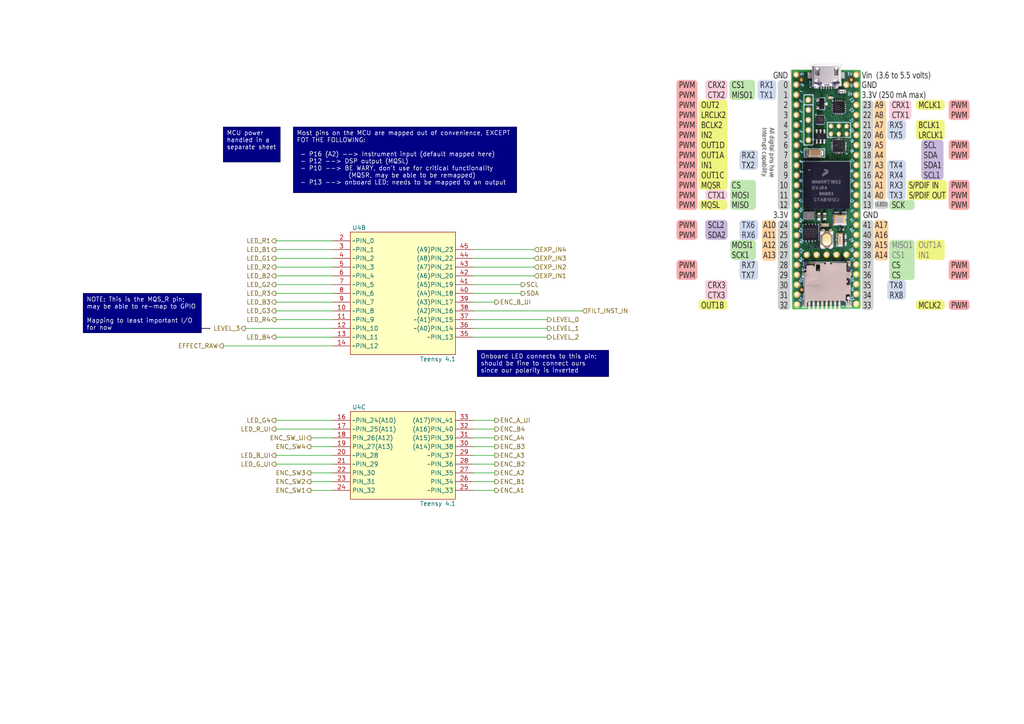
<source format=kicad_sch>
(kicad_sch (version 20230121) (generator eeschema)
  (paper "A4")
  (title_block (title "Digital Audio Effects Processor") (date "2023-11-26") (rev "A") (company "Ishaan Govindarajan"))
  (lib_symbols
    (symbol "Daughterboards:Teensy_4_1_Basic"
      (property "Reference" "U" (at -13.97 19.05 0))
      (property "Value" "Teensy 4.1" (at 10.16 -19.05 0))
      (symbol "Teensy_4_1_Basic_0_1"
        (rectangle (start -10.16 -7.62) (end -10.16 -7.62))
      )
      (symbol "Teensy_4_1_Basic_1_0"
        (pin power_out line (at -15.24 -5.08 0) (length 5.08) (name "GND") (number "1"))
        (pin power_out line (at -15.24 2.54 0) (length 5.08) (name "3V3") (number "15"))
        (pin power_out line (at -15.24 -7.62 0) (length 5.08) (name "GND") (number "34"))
        (pin power_out line (at -15.24 5.08 0) (length 5.08) (name "3V3") (number "46"))
        (pin power_out line (at -15.24 -2.54 0) (length 5.08) (name "GND") (number "47"))
        (pin power_out line (at -15.24 7.62 0) (length 5.08) (name "VIN") (number "48"))
      )
      (symbol "Teensy_4_1_Basic_1_1"
        (rectangle (start -10.16 10.16) (end 11.43 -10.16) (fill (type background)))
        (polyline (pts (xy -5.08 1.27) (xy -3.81 1.27)))
        (polyline (pts (xy -3.81 3.81) (xy -2.54 3.81)))
        (polyline (pts (xy -3.81 6.35) (xy -5.08 6.35)))
        (polyline (pts (xy -3.81 6.35) (xy -3.81 1.27)))
        (text "250mA Max" (at 3.81 3.81 0) (effects (font (size 1.27 1.27))))
      )
      (symbol "Teensy_4_1_Basic_2_0"
        (pin bidirectional line (at -20.32 -5.08 0) (length 5.08) (name "~PIN_8") (number "10"))
        (pin bidirectional line (at -20.32 -7.62 0) (length 5.08) (name "~PIN_9") (number "11"))
        (pin bidirectional line (at -20.32 -10.16 0) (length 5.08) (name "~PIN_10") (number "12"))
        (pin bidirectional line (at -20.32 -12.7 0) (length 5.08) (name "~PIN_11") (number "13"))
        (pin bidirectional line (at -20.32 -15.24 0) (length 5.08) (name "~PIN_12") (number "14"))
        (pin bidirectional line (at -20.32 15.24 0) (length 5.08) (name "~PIN_0") (number "2"))
        (pin bidirectional line (at 20.32 -12.7 180) (length 5.08) (name "~PIN_13") (number "35"))
        (pin bidirectional line (at 20.32 -10.16 180) (length 5.08) (name "~(A0)PIN_14") (number "36"))
        (pin bidirectional line (at 20.32 -7.62 180) (length 5.08) (name "~(A1)PIN_15") (number "37"))
        (pin bidirectional line (at 20.32 -5.08 180) (length 5.08) (name "(A2)PIN_16") (number "38"))
        (pin bidirectional line (at 20.32 -2.54 180) (length 5.08) (name "(A3)PIN_17") (number "39"))
        (pin bidirectional line (at 20.32 0 180) (length 5.08) (name "(A4)PIN_18") (number "40"))
        (pin bidirectional line (at 20.32 2.54 180) (length 5.08) (name "(A5)PIN_19") (number "41"))
        (pin bidirectional line (at 20.32 5.08 180) (length 5.08) (name "(A6)PIN_20") (number "42"))
        (pin bidirectional line (at 20.32 7.62 180) (length 5.08) (name "(A7)PIN_21") (number "43"))
        (pin bidirectional line (at 20.32 10.16 180) (length 5.08) (name "(A8)PIN_22") (number "44"))
        (pin bidirectional line (at 20.32 12.7 180) (length 5.08) (name "(A9)PIN_23") (number "45"))
        (pin bidirectional line (at -20.32 7.62 0) (length 5.08) (name "~PIN_3") (number "5"))
        (pin bidirectional line (at -20.32 5.08 0) (length 5.08) (name "~PIN_4") (number "6"))
        (pin bidirectional line (at -20.32 2.54 0) (length 5.08) (name "~PIN_5") (number "7"))
        (pin bidirectional line (at -20.32 0 0) (length 5.08) (name "~PIN_6") (number "8"))
        (pin bidirectional line (at -20.32 -2.54 0) (length 5.08) (name "~PIN_7") (number "9"))
      )
      (symbol "Teensy_4_1_Basic_2_1"
        (rectangle (start -15.24 17.78) (end 15.24 -17.78) (fill (type background)))
        (pin bidirectional line (at -20.32 12.7 0) (length 5.08) (name "~PIN_1") (number "3"))
        (pin bidirectional line (at -20.32 10.16 0) (length 5.08) (name "~PIN_2") (number "4"))
      )
      (symbol "Teensy_4_1_Basic_3_0"
        (pin bidirectional line (at -20.32 10.16 0) (length 5.08) (name "~PIN_24(A10)") (number "16"))
        (pin bidirectional line (at -20.32 7.62 0) (length 5.08) (name "~PIN_25(A11)") (number "17"))
        (pin bidirectional line (at -20.32 5.08 0) (length 5.08) (name "PIN_26(A12)") (number "18"))
        (pin bidirectional line (at -20.32 2.54 0) (length 5.08) (name "PIN_27(A13)") (number "19"))
        (pin bidirectional line (at -20.32 0 0) (length 5.08) (name "~PIN_28") (number "20"))
        (pin bidirectional line (at -20.32 -2.54 0) (length 5.08) (name "~PIN_29") (number "21"))
        (pin bidirectional line (at -20.32 -5.08 0) (length 5.08) (name "PIN_30") (number "22"))
        (pin bidirectional line (at -20.32 -7.62 0) (length 5.08) (name "PIN_31") (number "23"))
        (pin bidirectional line (at -20.32 -10.16 0) (length 5.08) (name "PIN_32") (number "24"))
        (pin bidirectional line (at 20.32 -10.16 180) (length 5.08) (name "~PIN_33") (number "25"))
        (pin bidirectional line (at 20.32 -7.62 180) (length 5.08) (name "PIN_34") (number "26"))
        (pin bidirectional line (at 20.32 -5.08 180) (length 5.08) (name "PIN_35") (number "27"))
        (pin bidirectional line (at 20.32 -2.54 180) (length 5.08) (name "~PIN_36") (number "28"))
        (pin bidirectional line (at 20.32 0 180) (length 5.08) (name "~PIN_37") (number "29"))
        (pin bidirectional line (at 20.32 2.54 180) (length 5.08) (name "(A14)PIN_38") (number "30"))
        (pin bidirectional line (at 20.32 5.08 180) (length 5.08) (name "(A15)PIN_39") (number "31"))
        (pin bidirectional line (at 20.32 7.62 180) (length 5.08) (name "(A16)PIN_40") (number "32"))
        (pin bidirectional line (at 20.32 10.16 180) (length 5.08) (name "(A17)PIN_41") (number "33"))
      )
      (symbol "Teensy_4_1_Basic_3_1"
        (rectangle (start -15.24 12.7) (end 15.24 -12.7) (fill (type background)))
      )
    )
  )
  (wire (pts (xy 90.17 142.24) (xy 96.52 142.24)))
  (wire (pts (xy 90.17 137.16) (xy 96.52 137.16)))
  (wire (pts (xy 90.17 129.54) (xy 96.52 129.54)))
  (wire (pts (xy 80.01 121.92) (xy 96.52 121.92)))
  (wire (pts (xy 143.51 137.16) (xy 137.16 137.16)))
  (wire (pts (xy 80.01 90.17) (xy 96.52 90.17)))
  (wire (pts (xy 80.01 124.46) (xy 96.52 124.46)))
  (wire (pts (xy 80.01 85.09) (xy 96.52 85.09)))
  (wire (pts (xy 80.01 69.85) (xy 96.52 69.85)))
  (wire (pts (xy 137.16 77.47) (xy 154.94 77.47)))
  (wire (pts (xy 143.51 139.7) (xy 137.16 139.7)))
  (wire (pts (xy 143.51 132.08) (xy 137.16 132.08)))
  (wire (pts (xy 80.01 72.39) (xy 96.52 72.39)))
  (wire (pts (xy 80.01 92.71) (xy 96.52 92.71)))
  (wire (pts (xy 158.75 92.71) (xy 137.16 92.71)))
  (wire (pts (xy 143.51 142.24) (xy 137.16 142.24)))
  (wire (pts (xy 80.01 74.93) (xy 96.52 74.93)))
  (wire (pts (xy 80.01 134.62) (xy 96.52 134.62)))
  (wire (pts (xy 143.51 87.63) (xy 137.16 87.63)))
  (wire (pts (xy 137.16 85.09) (xy 151.13 85.09)))
  (wire (pts (xy 71.12 95.25) (xy 96.52 95.25)))
  (wire (pts (xy 80.01 132.08) (xy 96.52 132.08)))
  (wire (pts (xy 158.75 97.79) (xy 137.16 97.79)))
  (wire (pts (xy 80.01 87.63) (xy 96.52 87.63)))
  (wire (pts (xy 80.01 82.55) (xy 96.52 82.55)))
  (wire (pts (xy 90.17 127) (xy 96.52 127)))
  (wire (pts (xy 143.51 129.54) (xy 137.16 129.54)))
  (wire (pts (xy 90.17 139.7) (xy 96.52 139.7)))
  (wire (pts (xy 143.51 121.92) (xy 137.16 121.92)))
  (wire (pts (xy 168.91 90.17) (xy 137.16 90.17)))
  (wire (pts (xy 137.16 72.39) (xy 154.94 72.39)))
  (wire (pts (xy 64.77 100.33) (xy 96.52 100.33)))
  (wire (pts (xy 80.01 77.47) (xy 96.52 77.47)))
  (wire (pts (xy 143.51 127) (xy 137.16 127)))
  (wire (pts (xy 137.16 82.55) (xy 151.13 82.55)))
  (wire (pts (xy 143.51 124.46) (xy 137.16 124.46)))
  (wire (pts (xy 80.01 80.01) (xy 96.52 80.01)))
  (wire (pts (xy 143.51 134.62) (xy 137.16 134.62)))
  (wire (pts (xy 137.16 80.01) (xy 154.94 80.01)))
  (wire (pts (xy 137.16 74.93) (xy 154.94 74.93)))
  (wire (pts (xy 80.01 97.79) (xy 96.52 97.79)))
  (wire (pts (xy 158.75 95.25) (xy 137.16 95.25)))
  (rectangle (start 58.42 95.25) (end 60.96 95.25) (stroke (width 0.2) (color 0 0 72 1)) (fill (type color) (color 0 0 72 1)))
  (image (at 238.76 54.61) (scale 1.49453))
  (text_box "Most pins on the MCU are mapped out of convenience, EXCEPT FOT THE FOLLOWING:\n\n - P16 (A2) --> Instrument input (default mapped here)\n - P12 --> DSP output (MQSL)\n - P10 --> BE WARY, don't use for critical functionality \n			(MQSR, may be able to be remapped)\n - P13 --> onboard LED; needs to be mapped to an output\n" (at 85.09 36.83 0) (size 64.77 19.05) (stroke (width 0) (color 0 0 72 1)) (fill (type color) (color 0 0 132 1)) (effects (font (size 1.27 1.27)) (justify left top)))
  (text_box "NOTE: This is the MQS_R pin; may be able to re-map to GPIO\n\nMapping to least important I/O for now" (at 24.13 85.09 0) (size 34.29 11.43) (stroke (width 0) (color 0 0 72 1)) (fill (type color) (color 0 0 132 1)) (effects (font (size 1.27 1.27)) (justify left top)))
  (text_box "MCU power handled in a separate sheet" (at 64.77 36.83 0) (size 16.51 10.16) (stroke (width 0) (color 0 0 72 1)) (fill (type color) (color 0 0 132 1)) (effects (font (size 1.27 1.27)) (justify left top)))
  (text_box "Onboard LED connects to this pin; should be fine to connect ours since our polarity is inverted" (at 138.43 101.6 0) (size 38.1 7.62) (stroke (width 0) (color 0 0 72 1)) (fill (type color) (color 0 0 132 1)) (effects (font (size 1.27 1.27)) (justify left top)))
  (hierarchical_label "LED_R2" (shape output) (at 80.01 77.47 180))
  (hierarchical_label "LED_B4" (shape output) (at 80.01 97.79 180))
  (hierarchical_label "LED_B1" (shape output) (at 80.01 72.39 180))
  (hierarchical_label "LED_B_UI" (shape output) (at 80.01 132.08 180))
  (hierarchical_label "ENC_A3" (shape output) (at 143.51 132.08 0))
  (hierarchical_label "EXP_IN4" (shape input) (at 154.94 72.39 0))
  (hierarchical_label "ENC_SW4" (shape output) (at 90.17 129.54 180))
  (hierarchical_label "LED_R_UI" (shape output) (at 80.01 124.46 180))
  (hierarchical_label "ENC_B4" (shape output) (at 143.51 124.46 0))
  (hierarchical_label "LEVEL_2" (shape output) (at 158.75 97.79 0))
  (hierarchical_label "ENC_B3" (shape output) (at 143.51 129.54 0))
  (hierarchical_label "LEVEL_1" (shape output) (at 158.75 95.25 0))
  (hierarchical_label "LED_G3" (shape output) (at 80.01 90.17 180))
  (hierarchical_label "ENC_SW3" (shape output) (at 90.17 137.16 180))
  (hierarchical_label "EXP_IN1" (shape input) (at 154.94 80.01 0))
  (hierarchical_label "ENC_A4" (shape output) (at 143.51 127 0))
  (hierarchical_label "EXP_IN3" (shape input) (at 154.94 74.93 0))
  (hierarchical_label "LED_R4" (shape output) (at 80.01 92.71 180))
  (hierarchical_label "LEVEL_0" (shape output) (at 158.75 92.71 0))
  (hierarchical_label "FILT_INST_IN" (shape input) (at 168.91 90.17 0))
  (hierarchical_label "LED_R1" (shape output) (at 80.01 69.85 180))
  (hierarchical_label "ENC_A2" (shape output) (at 143.51 137.16 0))
  (hierarchical_label "LED_G_UI" (shape output) (at 80.01 134.62 180))
  (hierarchical_label "SDA" (shape output) (at 151.13 85.09 0))
  (hierarchical_label "EXP_IN2" (shape input) (at 154.94 77.47 0))
  (hierarchical_label "EFFECT_RAW" (shape output) (at 64.77 100.33 180))
  (hierarchical_label "LED_B2" (shape output) (at 80.01 80.01 180))
  (hierarchical_label "SCL" (shape output) (at 151.13 82.55 0))
  (hierarchical_label "ENC_B_UI" (shape output) (at 143.51 87.63 0))
  (hierarchical_label "ENC_A_UI" (shape output) (at 143.51 121.92 0))
  (hierarchical_label "LED_G1" (shape output) (at 80.01 74.93 180))
  (hierarchical_label "ENC_SW_UI" (shape output) (at 90.17 127 180))
  (hierarchical_label "ENC_B2" (shape output) (at 143.51 134.62 0))
  (hierarchical_label "ENC_SW2" (shape output) (at 90.17 139.7 180))
  (hierarchical_label "ENC_B1" (shape output) (at 143.51 139.7 0))
  (hierarchical_label "ENC_A1" (shape output) (at 143.51 142.24 0))
  (hierarchical_label "LEVEL_3" (shape output) (at 71.12 95.25 180))
  (hierarchical_label "ENC_SW1" (shape output) (at 90.17 142.24 180))
  (hierarchical_label "LED_G2" (shape output) (at 80.01 82.55 180))
  (hierarchical_label "LED_R3" (shape output) (at 80.01 85.09 180))
  (hierarchical_label "LED_B3" (shape output) (at 80.01 87.63 180))
  (hierarchical_label "LED_G4" (shape output) (at 80.01 121.92 180))
  (symbol (lib_id "Daughterboards:Teensy_4_1_Basic") (at 116.84 85.09 0) (unit 2)
    (property "Reference" "U4" (at 104.14 66.04 0))
    (property "Value" "Teensy 4.1" (at 127 104.14 0))
    (property "Footprint" "Daughterboards:Teensy_4_1_Basic_Socket" (effects hide))
    (property "Datasheet" "https://www.pjrc.com/store/teensy41.html" (effects hide))
    (property "Manufacturer" "SparkFun Electronics" (effects hide))
    (property "Part Number" "DEV-20359" (effects hide))
  )
  (symbol (lib_id "Daughterboards:Teensy_4_1_Basic") (at 116.84 132.08 0) (unit 3)
    (property "Reference" "U4" (at 104.14 118.11 0))
    (property "Value" "Teensy 4.1" (at 127 146.05 0))
    (property "Footprint" "Daughterboards:Teensy_4_1_Basic_Socket" (effects hide))
    (property "Datasheet" "https://www.pjrc.com/store/teensy41.html" (effects hide))
    (property "Manufacturer" "SparkFun Electronics" (effects hide))
    (property "Part Number" "DEV-20359" (effects hide))
  )
)
</source>
